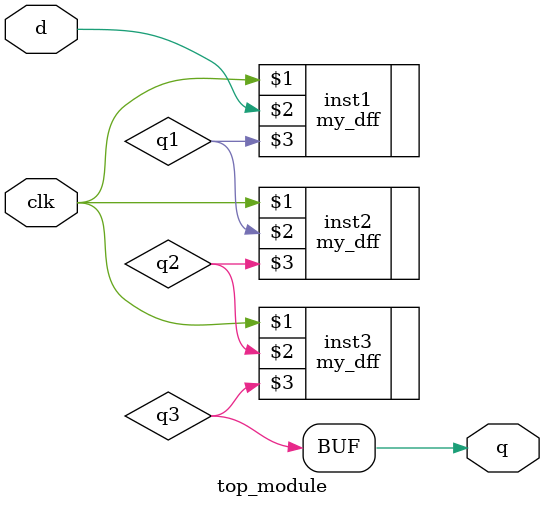
<source format=v>
module top_module ( input clk, input d, output q );
    wire q1, q2, q3 ;
    my_dff inst1 ( clk, d, q1 );
    my_dff inst2 ( clk, q1, q2 );
    my_dff inst3 ( clk, q2, q3) ; //   my_dff inst3 ( clk, q2, q);
    assign q = q3 ;

endmodule

</source>
